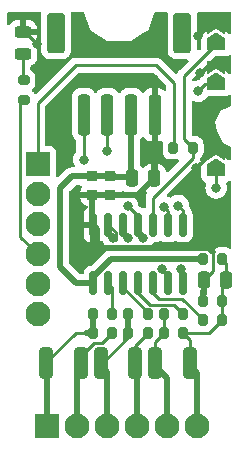
<source format=gbr>
%TF.GenerationSoftware,KiCad,Pcbnew,(6.0.6-0)*%
%TF.CreationDate,2023-05-31T20:28:53-07:00*%
%TF.ProjectId,HCT20,48435432-302e-46b6-9963-61645f706362,rev?*%
%TF.SameCoordinates,Original*%
%TF.FileFunction,Copper,L1,Top*%
%TF.FilePolarity,Positive*%
%FSLAX46Y46*%
G04 Gerber Fmt 4.6, Leading zero omitted, Abs format (unit mm)*
G04 Created by KiCad (PCBNEW (6.0.6-0)) date 2023-05-31 20:28:53*
%MOMM*%
%LPD*%
G01*
G04 APERTURE LIST*
G04 Aperture macros list*
%AMRoundRect*
0 Rectangle with rounded corners*
0 $1 Rounding radius*
0 $2 $3 $4 $5 $6 $7 $8 $9 X,Y pos of 4 corners*
0 Add a 4 corners polygon primitive as box body*
4,1,4,$2,$3,$4,$5,$6,$7,$8,$9,$2,$3,0*
0 Add four circle primitives for the rounded corners*
1,1,$1+$1,$2,$3*
1,1,$1+$1,$4,$5*
1,1,$1+$1,$6,$7*
1,1,$1+$1,$8,$9*
0 Add four rect primitives between the rounded corners*
20,1,$1+$1,$2,$3,$4,$5,0*
20,1,$1+$1,$4,$5,$6,$7,0*
20,1,$1+$1,$6,$7,$8,$9,0*
20,1,$1+$1,$8,$9,$2,$3,0*%
%AMFreePoly0*
4,1,6,1.000000,0.000000,0.500000,-0.750000,-0.500000,-0.750000,-0.500000,0.750000,0.500000,0.750000,1.000000,0.000000,1.000000,0.000000,$1*%
%AMFreePoly1*
4,1,6,0.500000,-0.750000,-0.650000,-0.750000,-0.150000,0.000000,-0.650000,0.750000,0.500000,0.750000,0.500000,-0.750000,0.500000,-0.750000,$1*%
G04 Aperture macros list end*
%TA.AperFunction,SMDPad,CuDef*%
%ADD10RoundRect,0.250000X0.250000X1.500000X-0.250000X1.500000X-0.250000X-1.500000X0.250000X-1.500000X0*%
%TD*%
%TA.AperFunction,SMDPad,CuDef*%
%ADD11RoundRect,0.250001X0.499999X1.449999X-0.499999X1.449999X-0.499999X-1.449999X0.499999X-1.449999X0*%
%TD*%
%TA.AperFunction,SMDPad,CuDef*%
%ADD12RoundRect,0.200000X0.200000X0.275000X-0.200000X0.275000X-0.200000X-0.275000X0.200000X-0.275000X0*%
%TD*%
%TA.AperFunction,SMDPad,CuDef*%
%ADD13RoundRect,0.243750X-0.456250X0.243750X-0.456250X-0.243750X0.456250X-0.243750X0.456250X0.243750X0*%
%TD*%
%TA.AperFunction,SMDPad,CuDef*%
%ADD14FreePoly0,90.000000*%
%TD*%
%TA.AperFunction,SMDPad,CuDef*%
%ADD15FreePoly1,90.000000*%
%TD*%
%TA.AperFunction,ComponentPad*%
%ADD16R,2.100000X2.100000*%
%TD*%
%TA.AperFunction,ComponentPad*%
%ADD17C,2.100000*%
%TD*%
%TA.AperFunction,SMDPad,CuDef*%
%ADD18RoundRect,0.225000X-0.250000X0.225000X-0.250000X-0.225000X0.250000X-0.225000X0.250000X0.225000X0*%
%TD*%
%TA.AperFunction,SMDPad,CuDef*%
%ADD19RoundRect,0.250000X-0.312500X-1.075000X0.312500X-1.075000X0.312500X1.075000X-0.312500X1.075000X0*%
%TD*%
%TA.AperFunction,SMDPad,CuDef*%
%ADD20RoundRect,0.250000X0.250000X0.475000X-0.250000X0.475000X-0.250000X-0.475000X0.250000X-0.475000X0*%
%TD*%
%TA.AperFunction,SMDPad,CuDef*%
%ADD21RoundRect,0.200000X0.275000X-0.200000X0.275000X0.200000X-0.275000X0.200000X-0.275000X-0.200000X0*%
%TD*%
%TA.AperFunction,SMDPad,CuDef*%
%ADD22RoundRect,0.200000X-0.200000X-0.275000X0.200000X-0.275000X0.200000X0.275000X-0.200000X0.275000X0*%
%TD*%
%TA.AperFunction,SMDPad,CuDef*%
%ADD23RoundRect,0.250000X-0.250000X-0.475000X0.250000X-0.475000X0.250000X0.475000X-0.250000X0.475000X0*%
%TD*%
%TA.AperFunction,SMDPad,CuDef*%
%ADD24RoundRect,0.150000X0.150000X-0.825000X0.150000X0.825000X-0.150000X0.825000X-0.150000X-0.825000X0*%
%TD*%
%TA.AperFunction,ViaPad*%
%ADD25C,0.800000*%
%TD*%
%TA.AperFunction,Conductor*%
%ADD26C,0.500000*%
%TD*%
%TA.AperFunction,Conductor*%
%ADD27C,0.250000*%
%TD*%
G04 APERTURE END LIST*
D10*
%TO.P,J3,1,Pin_1*%
%TO.N,GND*%
X113000000Y-69200000D03*
%TO.P,J3,2,Pin_2*%
%TO.N,VCC*%
X111000000Y-69200000D03*
%TO.P,J3,3,Pin_3*%
%TO.N,SDA_PB1*%
X109000000Y-69200000D03*
%TO.P,J3,4,Pin_4*%
%TO.N,SCL_PB0*%
X107000000Y-69200000D03*
D11*
%TO.P,J3,MP*%
%TO.N,N/C*%
X115350000Y-62300000D03*
X104650000Y-62300000D03*
%TD*%
D12*
%TO.P,R4,1*%
%TO.N,Af*%
X109425000Y-86100000D03*
%TO.P,R4,2*%
%TO.N,CHA*%
X107775000Y-86100000D03*
%TD*%
D13*
%TO.P,D1,1,K*%
%TO.N,GND*%
X101840000Y-62202500D03*
%TO.P,D1,2,A*%
%TO.N,Net-(D1-Pad2)*%
X101840000Y-64077500D03*
%TD*%
D14*
%TO.P,JP4,1,A*%
%TO.N,Net-(JP4-Pad1)*%
X118200000Y-63250000D03*
D15*
%TO.P,JP4,2,B*%
%TO.N,GND*%
X118200000Y-61800000D03*
%TD*%
D16*
%TO.P,J1,1,Pin_1*%
%TO.N,CHA*%
X103840000Y-95550000D03*
D17*
%TO.P,J1,2,Pin_2*%
%TO.N,Voffset2*%
X106380000Y-95550000D03*
%TO.P,J1,3,Pin_3*%
%TO.N,CHB*%
X108920000Y-95550000D03*
%TO.P,J1,4,Pin_4*%
%TO.N,Voffset2*%
X111460000Y-95550000D03*
%TO.P,J1,5,Pin_5*%
%TO.N,CHC*%
X114000000Y-95550000D03*
%TO.P,J1,6,Pin_6*%
%TO.N,Voffset2*%
X116540000Y-95550000D03*
%TD*%
D18*
%TO.P,C8,1*%
%TO.N,VCC*%
X109200000Y-74425000D03*
%TO.P,C8,2*%
%TO.N,GND*%
X109200000Y-75975000D03*
%TD*%
D12*
%TO.P,R12,1*%
%TO.N,Net-(JP4-Pad1)*%
X116225000Y-72000000D03*
%TO.P,R12,2*%
%TO.N,UDPI_PA0*%
X114575000Y-72000000D03*
%TD*%
D19*
%TO.P,R8,1*%
%TO.N,CHA*%
X103837500Y-90200000D03*
%TO.P,R8,2*%
%TO.N,Voffset2*%
X106762500Y-90200000D03*
%TD*%
D20*
%TO.P,C9,1*%
%TO.N,Voffset2*%
X119050000Y-83200000D03*
%TO.P,C9,2*%
%TO.N,GND*%
X117150000Y-83200000D03*
%TD*%
D14*
%TO.P,JP5,1,A*%
%TO.N,TX1_PA1*%
X118200000Y-66625000D03*
D15*
%TO.P,JP5,2,B*%
%TO.N,GND*%
X118200000Y-65175000D03*
%TD*%
D14*
%TO.P,JP6,1,A*%
%TO.N,RX1_PA2*%
X118200000Y-73925000D03*
D15*
%TO.P,JP6,2,B*%
%TO.N,GND*%
X118200000Y-72475000D03*
%TD*%
D21*
%TO.P,R11,1*%
%TO.N,PA3*%
X101900000Y-67925000D03*
%TO.P,R11,2*%
%TO.N,Net-(D1-Pad2)*%
X101900000Y-66275000D03*
%TD*%
D16*
%TO.P,J2,1,Pin_1*%
%TO.N,UDPI_PA0*%
X103100000Y-73400000D03*
D17*
%TO.P,J2,2,Pin_2*%
%TO.N,TX1_PA1*%
X103100000Y-75940000D03*
%TO.P,J2,3,Pin_3*%
%TO.N,RX1_PA2*%
X103100000Y-78480000D03*
%TO.P,J2,4,Pin_4*%
%TO.N,PA3*%
X103100000Y-81020000D03*
%TO.P,J2,5,Pin_5*%
%TO.N,TX0_PB2*%
X103100000Y-83560000D03*
%TO.P,J2,6,Pin_6*%
%TO.N,RX0_PB3*%
X103100000Y-86100000D03*
%TD*%
D22*
%TO.P,R13,1*%
%TO.N,CHA*%
X107775000Y-87700000D03*
%TO.P,R13,2*%
%TO.N,Voffset2*%
X109425000Y-87700000D03*
%TD*%
D18*
%TO.P,C1,1*%
%TO.N,VCC*%
X107700000Y-74425000D03*
%TO.P,C1,2*%
%TO.N,GND*%
X107700000Y-75975000D03*
%TD*%
D19*
%TO.P,R10,1*%
%TO.N,CHC*%
X113037500Y-90200000D03*
%TO.P,R10,2*%
%TO.N,Voffset2*%
X115962500Y-90200000D03*
%TD*%
%TO.P,R9,1*%
%TO.N,CHB*%
X108437500Y-90200000D03*
%TO.P,R9,2*%
%TO.N,Voffset2*%
X111362500Y-90200000D03*
%TD*%
D22*
%TO.P,R15,1*%
%TO.N,CHC*%
X113775000Y-87700000D03*
%TO.P,R15,2*%
%TO.N,Voffset2*%
X115425000Y-87700000D03*
%TD*%
%TO.P,R7,1*%
%TO.N,Of*%
X117075000Y-86600000D03*
%TO.P,R7,2*%
%TO.N,Voffset2*%
X118725000Y-86600000D03*
%TD*%
D12*
%TO.P,R5,1*%
%TO.N,Bf*%
X112425000Y-86100000D03*
%TO.P,R5,2*%
%TO.N,CHB*%
X110775000Y-86100000D03*
%TD*%
%TO.P,R2,1*%
%TO.N,Voffset2*%
X118725000Y-85000000D03*
%TO.P,R2,2*%
%TO.N,GND*%
X117075000Y-85000000D03*
%TD*%
D23*
%TO.P,C3,1*%
%TO.N,VCC*%
X111050000Y-74600000D03*
%TO.P,C3,2*%
%TO.N,GND*%
X112950000Y-74600000D03*
%TD*%
D12*
%TO.P,R6,1*%
%TO.N,Cf*%
X115425000Y-86100000D03*
%TO.P,R6,2*%
%TO.N,CHC*%
X113775000Y-86100000D03*
%TD*%
D22*
%TO.P,R1,1*%
%TO.N,VCC*%
X117075000Y-81400000D03*
%TO.P,R1,2*%
%TO.N,Voffset2*%
X118725000Y-81400000D03*
%TD*%
%TO.P,R14,1*%
%TO.N,CHB*%
X110775000Y-87700000D03*
%TO.P,R14,2*%
%TO.N,Voffset2*%
X112425000Y-87700000D03*
%TD*%
D24*
%TO.P,U1,1,VCC*%
%TO.N,VCC*%
X107790000Y-83475000D03*
%TO.P,U1,2,PA4*%
%TO.N,Af*%
X109060000Y-83475000D03*
%TO.P,U1,3,PA5*%
%TO.N,Bf*%
X110330000Y-83475000D03*
%TO.P,U1,4,PA6*%
%TO.N,Cf*%
X111600000Y-83475000D03*
%TO.P,U1,5,PA7*%
%TO.N,Of*%
X112870000Y-83475000D03*
%TO.P,U1,6,PB3*%
%TO.N,RX0_PB3*%
X114140000Y-83475000D03*
%TO.P,U1,7,PB2*%
%TO.N,TX0_PB2*%
X115410000Y-83475000D03*
%TO.P,U1,8,PB1*%
%TO.N,SDA_PB1*%
X115410000Y-78525000D03*
%TO.P,U1,9,PB0*%
%TO.N,SCL_PB0*%
X114140000Y-78525000D03*
%TO.P,U1,10,~{RESET}/PA0*%
%TO.N,Net-(JP4-Pad1)*%
X112870000Y-78525000D03*
%TO.P,U1,11,PA1*%
%TO.N,TX1_PA1*%
X111600000Y-78525000D03*
%TO.P,U1,12,PA2*%
%TO.N,RX1_PA2*%
X110330000Y-78525000D03*
%TO.P,U1,13,PA3*%
%TO.N,PA3*%
X109060000Y-78525000D03*
%TO.P,U1,14,GND*%
%TO.N,GND*%
X107790000Y-78525000D03*
%TD*%
D25*
%TO.N,GND*%
X116500000Y-73700000D03*
X112900000Y-66200000D03*
X116700000Y-62500000D03*
X116800000Y-65700000D03*
X103000000Y-63200000D03*
%TO.N,PA3*%
X109482970Y-79625500D03*
%TO.N,TX1_PA1*%
X112022970Y-79625500D03*
X116700000Y-67200000D03*
X110700000Y-76900000D03*
%TO.N,RX1_PA2*%
X118200000Y-75400000D03*
X110752970Y-79625500D03*
%TO.N,TX0_PB2*%
X115200000Y-82249500D03*
%TO.N,RX0_PB3*%
X113653522Y-82249500D03*
%TO.N,SDA_PB1*%
X115000000Y-76900000D03*
X109000000Y-72275500D03*
%TO.N,SCL_PB0*%
X113800000Y-77000000D03*
X107000000Y-73000000D03*
%TD*%
D26*
%TO.N,VCC*%
X109200000Y-74425000D02*
X107700000Y-74425000D01*
X105975000Y-74425000D02*
X105000000Y-75400000D01*
X105000000Y-75400000D02*
X105000000Y-82100000D01*
X107790000Y-83475000D02*
X107790000Y-82921472D01*
X109311472Y-81400000D02*
X117075000Y-81400000D01*
X111000000Y-74350000D02*
X111100000Y-74450000D01*
X105000000Y-82100000D02*
X106375000Y-83475000D01*
X107790000Y-82921472D02*
X109311472Y-81400000D01*
X111000000Y-70000000D02*
X111000000Y-74350000D01*
X111100000Y-74450000D02*
X109225000Y-74450000D01*
X109225000Y-74450000D02*
X109200000Y-74425000D01*
X107700000Y-74425000D02*
X105975000Y-74425000D01*
X106375000Y-83475000D02*
X107790000Y-83475000D01*
D27*
%TO.N,GND*%
X117325000Y-65175000D02*
X116800000Y-65700000D01*
X117400000Y-61800000D02*
X116700000Y-62500000D01*
X118200000Y-61800000D02*
X117400000Y-61800000D01*
D26*
X107700000Y-78435000D02*
X107790000Y-78525000D01*
D27*
X117725000Y-72475000D02*
X116500000Y-73700000D01*
X117925000Y-82425000D02*
X117925000Y-80855761D01*
D26*
X107700000Y-75975000D02*
X107700000Y-78435000D01*
X113000000Y-74550000D02*
X112950000Y-74600000D01*
D27*
X118200000Y-72475000D02*
X117725000Y-72475000D01*
D26*
X112900000Y-66200000D02*
X113000000Y-66300000D01*
D27*
X117075000Y-85000000D02*
X117075000Y-83275000D01*
X101840000Y-62202500D02*
X102002500Y-62202500D01*
X117150000Y-83200000D02*
X117925000Y-82425000D01*
D26*
X107790000Y-78525000D02*
X107790000Y-79078528D01*
D27*
X117075000Y-83275000D02*
X117150000Y-83200000D01*
D26*
X112950000Y-74600000D02*
X111575000Y-75975000D01*
D27*
X102002500Y-62202500D02*
X103000000Y-63200000D01*
D26*
X108125000Y-80475000D02*
X108125000Y-78860000D01*
X117925000Y-80855761D02*
X117544239Y-80475000D01*
X113000000Y-66300000D02*
X113000000Y-74550000D01*
X108125000Y-78860000D02*
X107790000Y-78525000D01*
X117544239Y-80475000D02*
X108125000Y-80475000D01*
X111575000Y-75975000D02*
X109200000Y-75975000D01*
D27*
X118200000Y-65175000D02*
X117325000Y-65175000D01*
D26*
X107790000Y-79078528D02*
X107800000Y-79088528D01*
X109200000Y-75975000D02*
X107700000Y-75975000D01*
D27*
%TO.N,Af*%
X109425000Y-86100000D02*
X109425000Y-83840000D01*
X109425000Y-83840000D02*
X109060000Y-83475000D01*
%TO.N,Cf*%
X115425000Y-86100000D02*
X114625000Y-85300000D01*
X112600000Y-85300000D02*
X111600000Y-84300000D01*
X114625000Y-85300000D02*
X112600000Y-85300000D01*
X111600000Y-84300000D02*
X111600000Y-83475000D01*
%TO.N,Of*%
X117075000Y-86600000D02*
X117075000Y-86532538D01*
X113400000Y-84800000D02*
X112870000Y-84270000D01*
X117075000Y-86532538D02*
X115342462Y-84800000D01*
X115342462Y-84800000D02*
X113400000Y-84800000D01*
X112870000Y-84270000D02*
X112870000Y-83475000D01*
%TO.N,Net-(D1-Pad2)*%
X101840000Y-64077500D02*
X101840000Y-66215000D01*
X101840000Y-66215000D02*
X101900000Y-66275000D01*
%TO.N,PA3*%
X101900000Y-67925000D02*
X101600000Y-68225000D01*
X109700000Y-79800000D02*
X109657470Y-79800000D01*
X109657470Y-79800000D02*
X109482970Y-79625500D01*
X109700000Y-79165000D02*
X109700000Y-79800000D01*
X101600000Y-79520000D02*
X103100000Y-81020000D01*
X101600000Y-68225000D02*
X101600000Y-79520000D01*
X109060000Y-78525000D02*
X109700000Y-79165000D01*
%TO.N,CHA*%
X106300000Y-87700000D02*
X107185051Y-87700000D01*
X103837500Y-90200000D02*
X103837500Y-90162500D01*
D26*
X103840000Y-96000000D02*
X103840000Y-90502500D01*
D27*
X103837500Y-90162500D02*
X106300000Y-87700000D01*
D26*
X107775000Y-87700000D02*
X107775000Y-86100000D01*
X107185051Y-87700000D02*
X107775000Y-87700000D01*
X103840000Y-90502500D02*
X103837500Y-90500000D01*
D27*
%TO.N,Voffset2*%
X106762500Y-89674327D02*
X106762500Y-90200000D01*
D26*
X116540000Y-91077500D02*
X115962500Y-90500000D01*
D27*
X107886827Y-88550000D02*
X106762500Y-89674327D01*
X106762500Y-89974327D02*
X106762500Y-90500000D01*
X115962500Y-90200000D02*
X115962500Y-88237500D01*
D26*
X106380000Y-90882500D02*
X106762500Y-90500000D01*
D27*
X117625000Y-87700000D02*
X118725000Y-86600000D01*
X118725000Y-85000000D02*
X118725000Y-83525000D01*
X115425000Y-87700000D02*
X117625000Y-87700000D01*
D26*
X111460000Y-90597500D02*
X111362500Y-90500000D01*
D27*
X109425000Y-87700000D02*
X108575000Y-88550000D01*
X118725000Y-86600000D02*
X118725000Y-85000000D01*
X118725000Y-83525000D02*
X119050000Y-83200000D01*
X119050000Y-81725000D02*
X118725000Y-81400000D01*
X111362500Y-90200000D02*
X111362500Y-88762500D01*
X108575000Y-88550000D02*
X107886827Y-88550000D01*
X111362500Y-88762500D02*
X112425000Y-87700000D01*
D26*
X106380000Y-96000000D02*
X106380000Y-90882500D01*
X111460000Y-96000000D02*
X111460000Y-90597500D01*
X116540000Y-96000000D02*
X116540000Y-91077500D01*
D27*
X119050000Y-83200000D02*
X119050000Y-81725000D01*
X115962500Y-88237500D02*
X115425000Y-87700000D01*
D26*
%TO.N,CHB*%
X108920000Y-96000000D02*
X108920000Y-90982500D01*
X110775000Y-87700000D02*
X110775000Y-86100000D01*
X108920000Y-90982500D02*
X108437500Y-90500000D01*
X108437500Y-90500000D02*
X108437500Y-90362500D01*
D27*
X108437500Y-90200000D02*
X108600000Y-90200000D01*
D26*
X110600000Y-87875000D02*
X110775000Y-87700000D01*
X110600000Y-88200000D02*
X110600000Y-87875000D01*
D27*
X108600000Y-90200000D02*
X110600000Y-88200000D01*
D26*
%TO.N,CHC*%
X114000000Y-96000000D02*
X114000000Y-91462500D01*
X114000000Y-91462500D02*
X113037500Y-90500000D01*
D27*
X113037500Y-90200000D02*
X113037500Y-88437500D01*
X113775000Y-87700000D02*
X113775000Y-86100000D01*
X113037500Y-88437500D02*
X113775000Y-87700000D01*
%TO.N,UDPI_PA0*%
X113100000Y-65000000D02*
X106300000Y-65000000D01*
X103100000Y-68200000D02*
X103100000Y-73400000D01*
X114600000Y-71975000D02*
X114600000Y-66500000D01*
X114600000Y-66500000D02*
X113100000Y-65000000D01*
X114575000Y-72000000D02*
X114600000Y-71975000D01*
X106300000Y-65000000D02*
X103100000Y-68200000D01*
%TO.N,TX1_PA1*%
X117275000Y-66625000D02*
X116700000Y-67200000D01*
X111600000Y-77800000D02*
X110700000Y-76900000D01*
X111600000Y-79000000D02*
X112225500Y-79625500D01*
X111600000Y-78525000D02*
X111600000Y-77800000D01*
X111600000Y-78525000D02*
X111600000Y-79000000D01*
X118200000Y-66625000D02*
X117275000Y-66625000D01*
X112225500Y-79625500D02*
X112022970Y-79625500D01*
%TO.N,RX1_PA2*%
X118200000Y-73925000D02*
X118200000Y-75400000D01*
X110752970Y-79652970D02*
X110752970Y-79625500D01*
X110330000Y-79230000D02*
X110752970Y-79652970D01*
X110330000Y-78525000D02*
X110330000Y-79230000D01*
%TO.N,TX0_PB2*%
X115410000Y-83475000D02*
X115410000Y-82310000D01*
X115410000Y-82310000D02*
X115200000Y-82100000D01*
X115200000Y-82100000D02*
X115200000Y-82249500D01*
%TO.N,RX0_PB3*%
X113549500Y-82249500D02*
X113653522Y-82249500D01*
X114140000Y-82840000D02*
X113549500Y-82249500D01*
X114140000Y-83475000D02*
X114140000Y-82840000D01*
%TO.N,SDA_PB1*%
X109000000Y-72275500D02*
X109000000Y-70000000D01*
X115410000Y-77310000D02*
X115000000Y-76900000D01*
X115410000Y-78525000D02*
X115410000Y-77310000D01*
%TO.N,SCL_PB0*%
X114140000Y-78525000D02*
X114140000Y-77340000D01*
X114140000Y-77340000D02*
X113800000Y-77000000D01*
X107000000Y-73000000D02*
X107000000Y-70000000D01*
%TO.N,Bf*%
X110330000Y-83851751D02*
X110330000Y-83475000D01*
X112425000Y-85946751D02*
X110330000Y-83851751D01*
X112425000Y-86100000D02*
X112425000Y-85946751D01*
%TO.N,Net-(JP4-Pad1)*%
X115500000Y-71275000D02*
X116225000Y-72000000D01*
X116225000Y-72863173D02*
X116225000Y-72000000D01*
X112870000Y-78525000D02*
X112870000Y-76218173D01*
X115500000Y-65950000D02*
X115500000Y-71275000D01*
X118200000Y-63250000D02*
X115500000Y-65950000D01*
X112870000Y-76218173D02*
X116225000Y-72863173D01*
%TD*%
%TA.AperFunction,Conductor*%
%TO.N,GND*%
G36*
X117346121Y-82966002D02*
G01*
X117392614Y-83019658D01*
X117404000Y-83072000D01*
X117404000Y-84361975D01*
X117383998Y-84430096D01*
X117339578Y-84468586D01*
X117330671Y-84478865D01*
X117329000Y-84486548D01*
X117329000Y-85128000D01*
X117308998Y-85196121D01*
X117255342Y-85242614D01*
X117203000Y-85254000D01*
X116947000Y-85254000D01*
X116878879Y-85233998D01*
X116832386Y-85180342D01*
X116821000Y-85128000D01*
X116821000Y-84088025D01*
X116841002Y-84019904D01*
X116885422Y-83981414D01*
X116894329Y-83971135D01*
X116896000Y-83963452D01*
X116896000Y-83072000D01*
X116916002Y-83003879D01*
X116969658Y-82957386D01*
X117022000Y-82946000D01*
X117278000Y-82946000D01*
X117346121Y-82966002D01*
G37*
%TD.AperFunction*%
%TA.AperFunction,Conductor*%
G36*
X106780538Y-75203502D02*
G01*
X106827031Y-75257158D01*
X106837135Y-75327432D01*
X106819677Y-75375616D01*
X106784996Y-75431880D01*
X106778849Y-75445061D01*
X106729509Y-75593814D01*
X106726642Y-75607190D01*
X106717328Y-75698097D01*
X106717071Y-75703126D01*
X106721475Y-75718124D01*
X106722865Y-75719329D01*
X106730548Y-75721000D01*
X110164885Y-75721000D01*
X110180124Y-75716525D01*
X110184851Y-75711070D01*
X110244577Y-75672686D01*
X110315574Y-75672686D01*
X110346192Y-75686322D01*
X110470090Y-75762694D01*
X110477262Y-75767115D01*
X110496761Y-75773582D01*
X110498312Y-75774097D01*
X110556672Y-75814528D01*
X110583909Y-75880092D01*
X110571376Y-75949974D01*
X110523051Y-76001985D01*
X110484842Y-76016937D01*
X110417712Y-76031206D01*
X110411682Y-76033891D01*
X110411681Y-76033891D01*
X110249278Y-76106197D01*
X110249276Y-76106198D01*
X110243248Y-76108882D01*
X110120429Y-76198116D01*
X110111042Y-76204936D01*
X110044175Y-76228794D01*
X110036981Y-76229000D01*
X106735115Y-76229000D01*
X106719876Y-76233475D01*
X106718671Y-76234865D01*
X106717000Y-76242548D01*
X106717000Y-76245438D01*
X106717337Y-76251953D01*
X106726894Y-76344057D01*
X106729788Y-76357456D01*
X106779381Y-76506107D01*
X106785555Y-76519286D01*
X106867788Y-76652173D01*
X106876824Y-76663574D01*
X106987429Y-76773986D01*
X106998840Y-76782998D01*
X107131880Y-76865004D01*
X107145061Y-76871151D01*
X107269187Y-76912322D01*
X107327546Y-76952753D01*
X107354783Y-77018317D01*
X107342249Y-77088199D01*
X107293658Y-77140369D01*
X107240323Y-77171911D01*
X107227896Y-77181551D01*
X107121551Y-77287896D01*
X107111911Y-77300322D01*
X107035352Y-77429779D01*
X107029107Y-77444210D01*
X106986731Y-77590065D01*
X106984430Y-77602667D01*
X106982193Y-77631084D01*
X106982000Y-77636014D01*
X106982000Y-78252885D01*
X106986475Y-78268124D01*
X106987865Y-78269329D01*
X106995548Y-78271000D01*
X107918000Y-78271000D01*
X107986121Y-78291002D01*
X108032614Y-78344658D01*
X108044000Y-78397000D01*
X108044000Y-79986878D01*
X108047973Y-80000409D01*
X108055871Y-80001544D01*
X108195790Y-79960893D01*
X108210221Y-79954648D01*
X108339677Y-79878089D01*
X108347360Y-79872129D01*
X108413444Y-79846180D01*
X108483067Y-79860078D01*
X108499160Y-79870420D01*
X108503193Y-79874453D01*
X108510019Y-79878490D01*
X108510023Y-79878493D01*
X108592700Y-79927388D01*
X108641153Y-79979281D01*
X108643440Y-79984865D01*
X108643716Y-79984742D01*
X108646402Y-79990775D01*
X108648443Y-79997056D01*
X108651746Y-80002777D01*
X108654939Y-80008307D01*
X108743930Y-80162444D01*
X108748348Y-80167351D01*
X108748349Y-80167352D01*
X108862797Y-80294459D01*
X108871717Y-80304366D01*
X109026218Y-80416618D01*
X109032246Y-80419302D01*
X109032248Y-80419303D01*
X109087371Y-80443845D01*
X109141467Y-80489825D01*
X109162116Y-80557752D01*
X109142764Y-80626060D01*
X109089553Y-80673062D01*
X109079117Y-80677389D01*
X109067181Y-80681722D01*
X109063017Y-80683152D01*
X109000536Y-80703393D01*
X109000534Y-80703394D01*
X108993573Y-80705649D01*
X108987318Y-80709445D01*
X108981844Y-80711951D01*
X108976414Y-80714670D01*
X108969535Y-80717167D01*
X108908488Y-80757191D01*
X108904799Y-80759518D01*
X108886488Y-80770630D01*
X108847165Y-80794491D01*
X108847160Y-80794495D01*
X108842364Y-80797405D01*
X108833988Y-80804803D01*
X108833965Y-80804777D01*
X108830975Y-80807426D01*
X108827736Y-80810134D01*
X108821620Y-80814144D01*
X108816593Y-80819451D01*
X108816589Y-80819454D01*
X108768344Y-80870383D01*
X108765966Y-80872825D01*
X107684196Y-81954595D01*
X107621884Y-81988621D01*
X107595101Y-81991500D01*
X107573498Y-81991500D01*
X107571050Y-81991693D01*
X107571042Y-81991693D01*
X107542579Y-81993933D01*
X107542574Y-81993934D01*
X107536169Y-81994438D01*
X107436231Y-82023472D01*
X107384012Y-82038643D01*
X107384010Y-82038644D01*
X107376399Y-82040855D01*
X107369572Y-82044892D01*
X107369573Y-82044892D01*
X107240020Y-82121509D01*
X107240017Y-82121511D01*
X107233193Y-82125547D01*
X107115547Y-82243193D01*
X107111511Y-82250017D01*
X107111509Y-82250020D01*
X107067382Y-82324635D01*
X107030855Y-82386399D01*
X106984438Y-82546169D01*
X106983934Y-82552574D01*
X106983933Y-82552579D01*
X106982551Y-82570139D01*
X106981500Y-82583498D01*
X106981500Y-82590500D01*
X106961498Y-82658621D01*
X106907842Y-82705114D01*
X106855500Y-82716500D01*
X106741371Y-82716500D01*
X106673250Y-82696498D01*
X106652276Y-82679595D01*
X105795405Y-81822724D01*
X105761379Y-81760412D01*
X105758500Y-81733629D01*
X105758500Y-79413984D01*
X106982001Y-79413984D01*
X106982195Y-79418920D01*
X106984430Y-79447336D01*
X106986730Y-79459931D01*
X107029107Y-79605790D01*
X107035352Y-79620221D01*
X107111911Y-79749678D01*
X107121551Y-79762104D01*
X107227896Y-79868449D01*
X107240322Y-79878089D01*
X107369779Y-79954648D01*
X107384210Y-79960893D01*
X107518605Y-79999939D01*
X107532706Y-79999899D01*
X107536000Y-79992630D01*
X107536000Y-78797115D01*
X107531525Y-78781876D01*
X107530135Y-78780671D01*
X107522452Y-78779000D01*
X107000116Y-78779000D01*
X106984877Y-78783475D01*
X106983672Y-78784865D01*
X106982001Y-78792548D01*
X106982001Y-79413984D01*
X105758500Y-79413984D01*
X105758500Y-75766371D01*
X105778502Y-75698250D01*
X105795405Y-75677276D01*
X106252276Y-75220405D01*
X106314588Y-75186379D01*
X106341371Y-75183500D01*
X106712417Y-75183500D01*
X106780538Y-75203502D01*
G37*
%TD.AperFunction*%
%TA.AperFunction,Conductor*%
G36*
X116861875Y-73217998D02*
G01*
X116920019Y-73258737D01*
X116946908Y-73324445D01*
X116946291Y-73355311D01*
X116936271Y-73425000D01*
X116936271Y-74425000D01*
X116941500Y-74498111D01*
X116982696Y-74638411D01*
X116987567Y-74645990D01*
X117056878Y-74753841D01*
X117056880Y-74753844D01*
X117061750Y-74761421D01*
X117068560Y-74767322D01*
X117165445Y-74851274D01*
X117165448Y-74851276D01*
X117172257Y-74857176D01*
X117180454Y-74860920D01*
X117180455Y-74860920D01*
X117286750Y-74909463D01*
X117340406Y-74955956D01*
X117360408Y-75024077D01*
X117354242Y-75063011D01*
X117306458Y-75210072D01*
X117305768Y-75216633D01*
X117305768Y-75216635D01*
X117304378Y-75229861D01*
X117286496Y-75400000D01*
X117287186Y-75406565D01*
X117302704Y-75554207D01*
X117306458Y-75589928D01*
X117365473Y-75771556D01*
X117460960Y-75936944D01*
X117465378Y-75941851D01*
X117465379Y-75941852D01*
X117543512Y-76028627D01*
X117588747Y-76078866D01*
X117743248Y-76191118D01*
X117749276Y-76193802D01*
X117749278Y-76193803D01*
X117857832Y-76242134D01*
X117917712Y-76268794D01*
X118011113Y-76288647D01*
X118098056Y-76307128D01*
X118098061Y-76307128D01*
X118104513Y-76308500D01*
X118295487Y-76308500D01*
X118301939Y-76307128D01*
X118301944Y-76307128D01*
X118388887Y-76288647D01*
X118482288Y-76268794D01*
X118542168Y-76242134D01*
X118650722Y-76193803D01*
X118650724Y-76193802D01*
X118656752Y-76191118D01*
X118811253Y-76078866D01*
X118856488Y-76028627D01*
X118934621Y-75941852D01*
X118934622Y-75941851D01*
X118939040Y-75936944D01*
X119034527Y-75771556D01*
X119093542Y-75589928D01*
X119097297Y-75554207D01*
X119112814Y-75406565D01*
X119113504Y-75400000D01*
X119095622Y-75229861D01*
X119094232Y-75216635D01*
X119094232Y-75216633D01*
X119093542Y-75210072D01*
X119045435Y-75062014D01*
X119043407Y-74991047D01*
X119080070Y-74930249D01*
X119129768Y-74902182D01*
X119163411Y-74892304D01*
X119240730Y-74842614D01*
X119278841Y-74818122D01*
X119278844Y-74818120D01*
X119286421Y-74813250D01*
X119286837Y-74812770D01*
X119347569Y-74785035D01*
X119417843Y-74795140D01*
X119471499Y-74841633D01*
X119491500Y-74909753D01*
X119491500Y-80416128D01*
X119471498Y-80484249D01*
X119417842Y-80530742D01*
X119347568Y-80540846D01*
X119300229Y-80523904D01*
X119256743Y-80497568D01*
X119218699Y-80474528D01*
X119211452Y-80472257D01*
X119211450Y-80472256D01*
X119086145Y-80432988D01*
X119055062Y-80423247D01*
X118981635Y-80416500D01*
X118978737Y-80416500D01*
X118724335Y-80416501D01*
X118468366Y-80416501D01*
X118465508Y-80416764D01*
X118465499Y-80416764D01*
X118429996Y-80420026D01*
X118394938Y-80423247D01*
X118388560Y-80425246D01*
X118388559Y-80425246D01*
X118238550Y-80472256D01*
X118238548Y-80472257D01*
X118231301Y-80474528D01*
X118084619Y-80563361D01*
X117989095Y-80658885D01*
X117926783Y-80692911D01*
X117855968Y-80687846D01*
X117810905Y-80658885D01*
X117715381Y-80563361D01*
X117568699Y-80474528D01*
X117561452Y-80472257D01*
X117561450Y-80472256D01*
X117436145Y-80432988D01*
X117405062Y-80423247D01*
X117331635Y-80416500D01*
X117328737Y-80416500D01*
X117074335Y-80416501D01*
X116818366Y-80416501D01*
X116815508Y-80416764D01*
X116815499Y-80416764D01*
X116779996Y-80420026D01*
X116744938Y-80423247D01*
X116738560Y-80425246D01*
X116738559Y-80425246D01*
X116588550Y-80472256D01*
X116588548Y-80472257D01*
X116581301Y-80474528D01*
X116434619Y-80563361D01*
X116393385Y-80604595D01*
X116331073Y-80638621D01*
X116304290Y-80641500D01*
X112557986Y-80641500D01*
X112489865Y-80621498D01*
X112443372Y-80567842D01*
X112433268Y-80497568D01*
X112462762Y-80432988D01*
X112483925Y-80413564D01*
X112485064Y-80412737D01*
X112594615Y-80333143D01*
X112628879Y-80308249D01*
X112628881Y-80308247D01*
X112634223Y-80304366D01*
X112643143Y-80294459D01*
X112757591Y-80167352D01*
X112757592Y-80167351D01*
X112762010Y-80162444D01*
X112765309Y-80156731D01*
X112765312Y-80156726D01*
X112814517Y-80071500D01*
X112865900Y-80022507D01*
X112923636Y-80008500D01*
X113086502Y-80008500D01*
X113088950Y-80008307D01*
X113088958Y-80008307D01*
X113117421Y-80006067D01*
X113117426Y-80006066D01*
X113123831Y-80005562D01*
X113223769Y-79976528D01*
X113275988Y-79961357D01*
X113275990Y-79961356D01*
X113283601Y-79959145D01*
X113426807Y-79874453D01*
X113429489Y-79871771D01*
X113493861Y-79846498D01*
X113563484Y-79860400D01*
X113579312Y-79870572D01*
X113583193Y-79874453D01*
X113726399Y-79959145D01*
X113734010Y-79961356D01*
X113734012Y-79961357D01*
X113786231Y-79976528D01*
X113886169Y-80005562D01*
X113892574Y-80006066D01*
X113892579Y-80006067D01*
X113921042Y-80008307D01*
X113921050Y-80008307D01*
X113923498Y-80008500D01*
X114356502Y-80008500D01*
X114358950Y-80008307D01*
X114358958Y-80008307D01*
X114387421Y-80006067D01*
X114387426Y-80006066D01*
X114393831Y-80005562D01*
X114493769Y-79976528D01*
X114545988Y-79961357D01*
X114545990Y-79961356D01*
X114553601Y-79959145D01*
X114696807Y-79874453D01*
X114699489Y-79871771D01*
X114763861Y-79846498D01*
X114833484Y-79860400D01*
X114849312Y-79870572D01*
X114853193Y-79874453D01*
X114996399Y-79959145D01*
X115004010Y-79961356D01*
X115004012Y-79961357D01*
X115056231Y-79976528D01*
X115156169Y-80005562D01*
X115162574Y-80006066D01*
X115162579Y-80006067D01*
X115191042Y-80008307D01*
X115191050Y-80008307D01*
X115193498Y-80008500D01*
X115626502Y-80008500D01*
X115628950Y-80008307D01*
X115628958Y-80008307D01*
X115657421Y-80006067D01*
X115657426Y-80006066D01*
X115663831Y-80005562D01*
X115763769Y-79976528D01*
X115815988Y-79961357D01*
X115815990Y-79961356D01*
X115823601Y-79959145D01*
X115898978Y-79914567D01*
X115959980Y-79878491D01*
X115959983Y-79878489D01*
X115966807Y-79874453D01*
X116084453Y-79756807D01*
X116088489Y-79749983D01*
X116088491Y-79749980D01*
X116165108Y-79620427D01*
X116169145Y-79613601D01*
X116171415Y-79605790D01*
X116213767Y-79460008D01*
X116215562Y-79453831D01*
X116216074Y-79447336D01*
X116218307Y-79418958D01*
X116218307Y-79418950D01*
X116218500Y-79416502D01*
X116218500Y-77633498D01*
X116218307Y-77631042D01*
X116216067Y-77602579D01*
X116216066Y-77602574D01*
X116215562Y-77596169D01*
X116186528Y-77496231D01*
X116171357Y-77444012D01*
X116171356Y-77444010D01*
X116169145Y-77436399D01*
X116132578Y-77374567D01*
X116088491Y-77300020D01*
X116088489Y-77300017D01*
X116084453Y-77293193D01*
X116075825Y-77284565D01*
X116074528Y-77282020D01*
X116073989Y-77281325D01*
X116074122Y-77281222D01*
X116040857Y-77215940D01*
X116040674Y-77210111D01*
X116035021Y-77190652D01*
X116031012Y-77171293D01*
X116030846Y-77169983D01*
X116028474Y-77151203D01*
X116025558Y-77143837D01*
X116025556Y-77143831D01*
X116012200Y-77110098D01*
X116008355Y-77098868D01*
X115998230Y-77064017D01*
X115998230Y-77064016D01*
X115996019Y-77056407D01*
X115988642Y-77043933D01*
X115985705Y-77038966D01*
X115977008Y-77021213D01*
X115972472Y-77009758D01*
X115969552Y-77002383D01*
X115943563Y-76966612D01*
X115937058Y-76956710D01*
X115929648Y-76944180D01*
X115912790Y-76893211D01*
X115912338Y-76888905D01*
X115893542Y-76710072D01*
X115834527Y-76528444D01*
X115739040Y-76363056D01*
X115640839Y-76253992D01*
X115615675Y-76226045D01*
X115615674Y-76226044D01*
X115611253Y-76221134D01*
X115456752Y-76108882D01*
X115450724Y-76106198D01*
X115450722Y-76106197D01*
X115288319Y-76033891D01*
X115288318Y-76033891D01*
X115282288Y-76031206D01*
X115188888Y-76011353D01*
X115101944Y-75992872D01*
X115101939Y-75992872D01*
X115095487Y-75991500D01*
X114904513Y-75991500D01*
X114898061Y-75992872D01*
X114898056Y-75992872D01*
X114811112Y-76011353D01*
X114717712Y-76031206D01*
X114711682Y-76033891D01*
X114711681Y-76033891D01*
X114549278Y-76106197D01*
X114549276Y-76106198D01*
X114543248Y-76108882D01*
X114405241Y-76209150D01*
X114338375Y-76233008D01*
X114269223Y-76216928D01*
X114267830Y-76216032D01*
X114267811Y-76216064D01*
X114262093Y-76212763D01*
X114256752Y-76208882D01*
X114250724Y-76206198D01*
X114250722Y-76206197D01*
X114091028Y-76135097D01*
X114036932Y-76089117D01*
X114016283Y-76021190D01*
X114035635Y-75952881D01*
X114053182Y-75930895D01*
X116617247Y-73366830D01*
X116625537Y-73359286D01*
X116632018Y-73355173D01*
X116678659Y-73305505D01*
X116681413Y-73302664D01*
X116701135Y-73282942D01*
X116703612Y-73279749D01*
X116711317Y-73270728D01*
X116729723Y-73251127D01*
X116790935Y-73215161D01*
X116861875Y-73217998D01*
G37*
%TD.AperFunction*%
%TA.AperFunction,Conductor*%
G36*
X112091687Y-75535572D02*
G01*
X112099062Y-75544068D01*
X112107098Y-75554207D01*
X112221829Y-75668739D01*
X112233237Y-75677749D01*
X112285985Y-75710262D01*
X112333479Y-75763034D01*
X112344903Y-75833105D01*
X112328323Y-75881663D01*
X112325246Y-75886867D01*
X112320386Y-75893132D01*
X112317237Y-75900409D01*
X112302826Y-75933710D01*
X112297609Y-75944360D01*
X112276305Y-75983113D01*
X112274334Y-75990788D01*
X112274334Y-75990789D01*
X112273799Y-75992872D01*
X112271460Y-76001985D01*
X112271267Y-76002735D01*
X112264863Y-76021439D01*
X112260637Y-76031206D01*
X112256819Y-76040028D01*
X112255580Y-76047851D01*
X112255577Y-76047861D01*
X112249901Y-76083697D01*
X112247495Y-76095317D01*
X112243016Y-76112763D01*
X112236500Y-76138143D01*
X112236500Y-76158397D01*
X112234949Y-76178107D01*
X112231780Y-76198116D01*
X112232526Y-76206008D01*
X112235941Y-76242134D01*
X112236500Y-76253992D01*
X112236500Y-77001776D01*
X112216498Y-77069897D01*
X112162842Y-77116390D01*
X112092568Y-77126494D01*
X112046364Y-77110231D01*
X112013601Y-77090855D01*
X112005990Y-77088644D01*
X112005988Y-77088643D01*
X111921223Y-77064017D01*
X111853831Y-77044438D01*
X111847426Y-77043934D01*
X111847421Y-77043933D01*
X111818958Y-77041693D01*
X111818950Y-77041693D01*
X111816502Y-77041500D01*
X111789595Y-77041500D01*
X111721474Y-77021498D01*
X111700500Y-77004595D01*
X111647122Y-76951217D01*
X111613096Y-76888905D01*
X111610907Y-76875292D01*
X111594232Y-76716635D01*
X111594232Y-76716633D01*
X111593542Y-76710072D01*
X111534527Y-76528444D01*
X111439040Y-76363056D01*
X111340839Y-76253992D01*
X111315675Y-76226045D01*
X111315674Y-76226044D01*
X111311253Y-76221134D01*
X111156752Y-76108882D01*
X111150724Y-76106198D01*
X111150722Y-76106197D01*
X111079769Y-76074607D01*
X111025673Y-76028627D01*
X111005024Y-75960700D01*
X111024376Y-75892391D01*
X111077587Y-75845390D01*
X111131018Y-75833500D01*
X111350400Y-75833500D01*
X111353646Y-75833163D01*
X111353650Y-75833163D01*
X111449308Y-75823238D01*
X111449312Y-75823237D01*
X111456166Y-75822526D01*
X111462702Y-75820345D01*
X111462704Y-75820345D01*
X111608941Y-75771556D01*
X111623946Y-75766550D01*
X111774348Y-75673478D01*
X111899305Y-75548303D01*
X111902102Y-75543765D01*
X111959353Y-75503176D01*
X112030276Y-75499946D01*
X112091687Y-75535572D01*
G37*
%TD.AperFunction*%
%TA.AperFunction,Conductor*%
G36*
X112853527Y-65653502D02*
G01*
X112874501Y-65670405D01*
X113929595Y-66725499D01*
X113963621Y-66787811D01*
X113966500Y-66814594D01*
X113966500Y-67040359D01*
X113946498Y-67108480D01*
X113892842Y-67154973D01*
X113822568Y-67165077D01*
X113757988Y-67135583D01*
X113751481Y-67129531D01*
X113728171Y-67106261D01*
X113716760Y-67097249D01*
X113578757Y-67012184D01*
X113565576Y-67006037D01*
X113411290Y-66954862D01*
X113397914Y-66951995D01*
X113303562Y-66942328D01*
X113297145Y-66942000D01*
X113272115Y-66942000D01*
X113256876Y-66946475D01*
X113255671Y-66947865D01*
X113254000Y-66955548D01*
X113254000Y-71439884D01*
X113258475Y-71455123D01*
X113259865Y-71456328D01*
X113267548Y-71457999D01*
X113297095Y-71457999D01*
X113303614Y-71457662D01*
X113399206Y-71447743D01*
X113412600Y-71444851D01*
X113522385Y-71408224D01*
X113593334Y-71405640D01*
X113654418Y-71441823D01*
X113686243Y-71505288D01*
X113682495Y-71565426D01*
X113675248Y-71588551D01*
X113675247Y-71588556D01*
X113673247Y-71594938D01*
X113666500Y-71668365D01*
X113666501Y-72331634D01*
X113666764Y-72334492D01*
X113666764Y-72334501D01*
X113667806Y-72345842D01*
X113673247Y-72405062D01*
X113675246Y-72411440D01*
X113675246Y-72411441D01*
X113703015Y-72500050D01*
X113724528Y-72568699D01*
X113813361Y-72715381D01*
X113934619Y-72836639D01*
X114081301Y-72925472D01*
X114088548Y-72927743D01*
X114088550Y-72927744D01*
X114137880Y-72943203D01*
X114244938Y-72976753D01*
X114318365Y-72983500D01*
X114321263Y-72983500D01*
X114575665Y-72983499D01*
X114831634Y-72983499D01*
X114834494Y-72983236D01*
X114834499Y-72983236D01*
X114867810Y-72980175D01*
X114899847Y-72977232D01*
X114969511Y-72990918D01*
X115020718Y-73040095D01*
X115037209Y-73109150D01*
X115013748Y-73176158D01*
X115000469Y-73191799D01*
X114158930Y-74033338D01*
X114096618Y-74067364D01*
X114025803Y-74062299D01*
X113968967Y-74019752D01*
X113946675Y-73970843D01*
X113944852Y-73962403D01*
X113893412Y-73808216D01*
X113887239Y-73795038D01*
X113801937Y-73657193D01*
X113792901Y-73645792D01*
X113678171Y-73531261D01*
X113666760Y-73522249D01*
X113528757Y-73437184D01*
X113515576Y-73431037D01*
X113361290Y-73379862D01*
X113347914Y-73376995D01*
X113253562Y-73367328D01*
X113247145Y-73367000D01*
X113222115Y-73367000D01*
X113206876Y-73371475D01*
X113205671Y-73372865D01*
X113204000Y-73380548D01*
X113204000Y-74728000D01*
X113183998Y-74796121D01*
X113130342Y-74842614D01*
X113078000Y-74854000D01*
X112822000Y-74854000D01*
X112753879Y-74833998D01*
X112707386Y-74780342D01*
X112696000Y-74728000D01*
X112696000Y-73385116D01*
X112691525Y-73369877D01*
X112690135Y-73368672D01*
X112682452Y-73367001D01*
X112652905Y-73367001D01*
X112646386Y-73367338D01*
X112550794Y-73377257D01*
X112537400Y-73380149D01*
X112383216Y-73431588D01*
X112370038Y-73437761D01*
X112232193Y-73523063D01*
X112220792Y-73532099D01*
X112106262Y-73646828D01*
X112099206Y-73655762D01*
X112041288Y-73696823D01*
X111970365Y-73700053D01*
X111908954Y-73664426D01*
X111902154Y-73656593D01*
X111898478Y-73650652D01*
X111888513Y-73640704D01*
X111795482Y-73547835D01*
X111761403Y-73485552D01*
X111758500Y-73458662D01*
X111758500Y-71316393D01*
X111778502Y-71248272D01*
X111795327Y-71227375D01*
X111844134Y-71178483D01*
X111849305Y-71173303D01*
X111893040Y-71102352D01*
X111945811Y-71054860D01*
X112015883Y-71043436D01*
X112081006Y-71071710D01*
X112107443Y-71102166D01*
X112148063Y-71167807D01*
X112157099Y-71179208D01*
X112271829Y-71293739D01*
X112283240Y-71302751D01*
X112421243Y-71387816D01*
X112434424Y-71393963D01*
X112588710Y-71445138D01*
X112602086Y-71448005D01*
X112696438Y-71457672D01*
X112702854Y-71458000D01*
X112727885Y-71458000D01*
X112743124Y-71453525D01*
X112744329Y-71452135D01*
X112746000Y-71444452D01*
X112746000Y-66960116D01*
X112741525Y-66944877D01*
X112740135Y-66943672D01*
X112732452Y-66942001D01*
X112702905Y-66942001D01*
X112696386Y-66942338D01*
X112600794Y-66952257D01*
X112587400Y-66955149D01*
X112433216Y-67006588D01*
X112420038Y-67012761D01*
X112282193Y-67098063D01*
X112270792Y-67107099D01*
X112156261Y-67221829D01*
X112147249Y-67233240D01*
X112107549Y-67297646D01*
X112054777Y-67345139D01*
X111984706Y-67356563D01*
X111919582Y-67328289D01*
X111893145Y-67297833D01*
X111852332Y-67231880D01*
X111852330Y-67231877D01*
X111848478Y-67225652D01*
X111723303Y-67100695D01*
X111650743Y-67055968D01*
X111578968Y-67011725D01*
X111578966Y-67011724D01*
X111572738Y-67007885D01*
X111492995Y-66981436D01*
X111411389Y-66954368D01*
X111411387Y-66954368D01*
X111404861Y-66952203D01*
X111398025Y-66951503D01*
X111398022Y-66951502D01*
X111354969Y-66947091D01*
X111300400Y-66941500D01*
X110699600Y-66941500D01*
X110696354Y-66941837D01*
X110696350Y-66941837D01*
X110600692Y-66951762D01*
X110600688Y-66951763D01*
X110593834Y-66952474D01*
X110587298Y-66954655D01*
X110587296Y-66954655D01*
X110570928Y-66960116D01*
X110426054Y-67008450D01*
X110275652Y-67101522D01*
X110150695Y-67226697D01*
X110124167Y-67269734D01*
X110107255Y-67297170D01*
X110054483Y-67344663D01*
X109984411Y-67356087D01*
X109919288Y-67327813D01*
X109892851Y-67297358D01*
X109881641Y-67279243D01*
X109848478Y-67225652D01*
X109723303Y-67100695D01*
X109650743Y-67055968D01*
X109578968Y-67011725D01*
X109578966Y-67011724D01*
X109572738Y-67007885D01*
X109492995Y-66981436D01*
X109411389Y-66954368D01*
X109411387Y-66954368D01*
X109404861Y-66952203D01*
X109398025Y-66951503D01*
X109398022Y-66951502D01*
X109354969Y-66947091D01*
X109300400Y-66941500D01*
X108699600Y-66941500D01*
X108696354Y-66941837D01*
X108696350Y-66941837D01*
X108600692Y-66951762D01*
X108600688Y-66951763D01*
X108593834Y-66952474D01*
X108587298Y-66954655D01*
X108587296Y-66954655D01*
X108570928Y-66960116D01*
X108426054Y-67008450D01*
X108275652Y-67101522D01*
X108150695Y-67226697D01*
X108124167Y-67269734D01*
X108107255Y-67297170D01*
X108054483Y-67344663D01*
X107984411Y-67356087D01*
X107919288Y-67327813D01*
X107892851Y-67297358D01*
X107881641Y-67279243D01*
X107848478Y-67225652D01*
X107723303Y-67100695D01*
X107650743Y-67055968D01*
X107578968Y-67011725D01*
X107578966Y-67011724D01*
X107572738Y-67007885D01*
X107492995Y-66981436D01*
X107411389Y-66954368D01*
X107411387Y-66954368D01*
X107404861Y-66952203D01*
X107398025Y-66951503D01*
X107398022Y-66951502D01*
X107354969Y-66947091D01*
X107300400Y-66941500D01*
X106699600Y-66941500D01*
X106696354Y-66941837D01*
X106696350Y-66941837D01*
X106600692Y-66951762D01*
X106600688Y-66951763D01*
X106593834Y-66952474D01*
X106587298Y-66954655D01*
X106587296Y-66954655D01*
X106570928Y-66960116D01*
X106426054Y-67008450D01*
X106275652Y-67101522D01*
X106150695Y-67226697D01*
X106146855Y-67232927D01*
X106146854Y-67232928D01*
X106070938Y-67356087D01*
X106057885Y-67377262D01*
X106002203Y-67545139D01*
X106001503Y-67551975D01*
X106001502Y-67551978D01*
X105997110Y-67594843D01*
X105991500Y-67649600D01*
X105991500Y-70750400D01*
X105991837Y-70753646D01*
X105991837Y-70753650D01*
X106000054Y-70832838D01*
X106002474Y-70856166D01*
X106058450Y-71023946D01*
X106151522Y-71174348D01*
X106276697Y-71299305D01*
X106282927Y-71303145D01*
X106306618Y-71317749D01*
X106354110Y-71370522D01*
X106366500Y-71425008D01*
X106366500Y-72297476D01*
X106346498Y-72365597D01*
X106334142Y-72381779D01*
X106260960Y-72463056D01*
X106165473Y-72628444D01*
X106106458Y-72810072D01*
X106105768Y-72816633D01*
X106105768Y-72816635D01*
X106092240Y-72945348D01*
X106086496Y-73000000D01*
X106087186Y-73006565D01*
X106101380Y-73141609D01*
X106106458Y-73189928D01*
X106165473Y-73371556D01*
X106168776Y-73377278D01*
X106168777Y-73377279D01*
X106199814Y-73431037D01*
X106226417Y-73477113D01*
X106226640Y-73477500D01*
X106243378Y-73546495D01*
X106220158Y-73613587D01*
X106164351Y-73657474D01*
X106117521Y-73666500D01*
X106042069Y-73666500D01*
X106023121Y-73665067D01*
X106015780Y-73663950D01*
X106008883Y-73662901D01*
X106008881Y-73662901D01*
X106001651Y-73661801D01*
X105994359Y-73662394D01*
X105994356Y-73662394D01*
X105948982Y-73666085D01*
X105938767Y-73666500D01*
X105930707Y-73666500D01*
X105917417Y-73668049D01*
X105902493Y-73669789D01*
X105898118Y-73670222D01*
X105832661Y-73675546D01*
X105832658Y-73675547D01*
X105825363Y-73676140D01*
X105818399Y-73678396D01*
X105812440Y-73679587D01*
X105806585Y-73680971D01*
X105799319Y-73681818D01*
X105730673Y-73706735D01*
X105726545Y-73708152D01*
X105664064Y-73728393D01*
X105664062Y-73728394D01*
X105657101Y-73730649D01*
X105650846Y-73734445D01*
X105645372Y-73736951D01*
X105639942Y-73739670D01*
X105633063Y-73742167D01*
X105572016Y-73782191D01*
X105568327Y-73784518D01*
X105548135Y-73796771D01*
X105510693Y-73819491D01*
X105510688Y-73819495D01*
X105505892Y-73822405D01*
X105497516Y-73829803D01*
X105497493Y-73829777D01*
X105494503Y-73832426D01*
X105491264Y-73835134D01*
X105485148Y-73839144D01*
X105480121Y-73844451D01*
X105480117Y-73844454D01*
X105431872Y-73895383D01*
X105429494Y-73897825D01*
X104873595Y-74453724D01*
X104811283Y-74487750D01*
X104740468Y-74482685D01*
X104683632Y-74440138D01*
X104658821Y-74373618D01*
X104658500Y-74364629D01*
X104658500Y-72301866D01*
X104651745Y-72239684D01*
X104600615Y-72103295D01*
X104513261Y-71986739D01*
X104396705Y-71899385D01*
X104260316Y-71848255D01*
X104198134Y-71841500D01*
X103859500Y-71841500D01*
X103791379Y-71821498D01*
X103744886Y-71767842D01*
X103733500Y-71715500D01*
X103733500Y-68514594D01*
X103753502Y-68446473D01*
X103770405Y-68425499D01*
X106525499Y-65670405D01*
X106587811Y-65636379D01*
X106614594Y-65633500D01*
X112785406Y-65633500D01*
X112853527Y-65653502D01*
G37*
%TD.AperFunction*%
%TA.AperFunction,Conductor*%
G36*
X119417843Y-67495140D02*
G01*
X119471499Y-67541633D01*
X119491500Y-67609753D01*
X119491500Y-67891377D01*
X119491498Y-67892147D01*
X119491024Y-67969721D01*
X119493491Y-67978352D01*
X119495149Y-67984154D01*
X119500000Y-68018779D01*
X119500000Y-68381888D01*
X119479998Y-68450009D01*
X119422218Y-68498297D01*
X119272072Y-68560489D01*
X119272068Y-68560491D01*
X119267498Y-68562384D01*
X119263278Y-68564970D01*
X119225708Y-68587993D01*
X119199718Y-68600094D01*
X118617186Y-68794271D01*
X118617185Y-68794272D01*
X118600000Y-68800000D01*
X118595238Y-68809524D01*
X118595237Y-68809525D01*
X118108101Y-69783797D01*
X118108101Y-69783799D01*
X118100000Y-69800000D01*
X118300000Y-70600000D01*
X118800000Y-71600000D01*
X119428014Y-71958865D01*
X119477235Y-72010028D01*
X119491500Y-72068263D01*
X119491500Y-72091946D01*
X119491479Y-72094255D01*
X119490210Y-72163498D01*
X119491247Y-72167303D01*
X119491500Y-72171378D01*
X119491500Y-72945348D01*
X119471498Y-73013469D01*
X119417842Y-73059962D01*
X119347568Y-73070066D01*
X119281399Y-73039172D01*
X119238327Y-73000564D01*
X119238322Y-73000560D01*
X119234966Y-72997552D01*
X118484966Y-72497552D01*
X118470442Y-72488218D01*
X118412802Y-72463056D01*
X118344692Y-72433324D01*
X118344691Y-72433324D01*
X118336431Y-72429718D01*
X118327490Y-72428585D01*
X118327488Y-72428585D01*
X118200307Y-72412476D01*
X118200305Y-72412476D01*
X118191368Y-72411344D01*
X118047004Y-72434582D01*
X117982358Y-72465428D01*
X117919095Y-72495614D01*
X117919092Y-72495616D01*
X117915034Y-72497552D01*
X117165034Y-72997552D01*
X117113579Y-73036750D01*
X117109328Y-73041656D01*
X117067251Y-73090215D01*
X117007525Y-73128598D01*
X116936528Y-73128598D01*
X116876802Y-73090214D01*
X116847309Y-73025633D01*
X116849985Y-72976368D01*
X116856529Y-72950882D01*
X116856530Y-72950878D01*
X116858500Y-72943203D01*
X116858500Y-72922949D01*
X116860051Y-72903238D01*
X116861980Y-72891060D01*
X116861980Y-72891059D01*
X116863220Y-72883230D01*
X116863691Y-72883305D01*
X116884197Y-72820791D01*
X116898911Y-72803109D01*
X116986639Y-72715381D01*
X117075472Y-72568699D01*
X117126753Y-72405062D01*
X117133500Y-72331635D01*
X117133499Y-71668366D01*
X117133234Y-71665474D01*
X117129179Y-71621342D01*
X117126753Y-71594938D01*
X117124751Y-71588551D01*
X117077744Y-71438550D01*
X117077743Y-71438548D01*
X117075472Y-71431301D01*
X116986639Y-71284619D01*
X116865381Y-71163361D01*
X116718699Y-71074528D01*
X116711452Y-71072257D01*
X116711450Y-71072256D01*
X116621007Y-71043913D01*
X116555062Y-71023247D01*
X116481635Y-71016500D01*
X116473654Y-71016500D01*
X116259500Y-71016501D01*
X116191380Y-70996499D01*
X116144887Y-70942844D01*
X116133500Y-70890501D01*
X116133500Y-68136278D01*
X116153502Y-68068157D01*
X116207158Y-68021664D01*
X116277432Y-68011560D01*
X116310747Y-68021171D01*
X116417712Y-68068794D01*
X116492732Y-68084740D01*
X116598056Y-68107128D01*
X116598061Y-68107128D01*
X116604513Y-68108500D01*
X116795487Y-68108500D01*
X116801939Y-68107128D01*
X116801944Y-68107128D01*
X116907268Y-68084740D01*
X116982288Y-68068794D01*
X117024051Y-68050200D01*
X117150722Y-67993803D01*
X117150724Y-67993802D01*
X117156752Y-67991118D01*
X117311253Y-67878866D01*
X117349398Y-67836502D01*
X117434621Y-67741852D01*
X117434622Y-67741851D01*
X117439040Y-67736944D01*
X117442344Y-67731222D01*
X117459373Y-67701728D01*
X117510756Y-67652735D01*
X117568491Y-67638729D01*
X118950000Y-67638729D01*
X118981986Y-67636441D01*
X119016373Y-67633982D01*
X119016374Y-67633982D01*
X119023111Y-67633500D01*
X119103985Y-67609753D01*
X119154765Y-67594843D01*
X119154767Y-67594842D01*
X119163411Y-67592304D01*
X119219042Y-67556552D01*
X119278841Y-67518122D01*
X119278844Y-67518120D01*
X119286421Y-67513250D01*
X119286837Y-67512770D01*
X119347569Y-67485035D01*
X119417843Y-67495140D01*
G37*
%TD.AperFunction*%
%TA.AperFunction,Conductor*%
G36*
X103357687Y-60528502D02*
G01*
X103404180Y-60582158D01*
X103414284Y-60652432D01*
X103409159Y-60674167D01*
X103402203Y-60695139D01*
X103391500Y-60799600D01*
X103391500Y-63800400D01*
X103402474Y-63906165D01*
X103458450Y-64073945D01*
X103551522Y-64224348D01*
X103676697Y-64349305D01*
X103682927Y-64353145D01*
X103682928Y-64353146D01*
X103820090Y-64437694D01*
X103827262Y-64442115D01*
X103866839Y-64455242D01*
X103988611Y-64495632D01*
X103988613Y-64495632D01*
X103995139Y-64497797D01*
X104001975Y-64498497D01*
X104001978Y-64498498D01*
X104045031Y-64502909D01*
X104099600Y-64508500D01*
X105200400Y-64508500D01*
X105203646Y-64508163D01*
X105203650Y-64508163D01*
X105299307Y-64498238D01*
X105299311Y-64498237D01*
X105306165Y-64497526D01*
X105312701Y-64495345D01*
X105312703Y-64495345D01*
X105463274Y-64445110D01*
X105473945Y-64441550D01*
X105624348Y-64348478D01*
X105749305Y-64223303D01*
X105753146Y-64217072D01*
X105838275Y-64078968D01*
X105838276Y-64078966D01*
X105842115Y-64072738D01*
X105897797Y-63904861D01*
X105908500Y-63800400D01*
X105908500Y-60799600D01*
X105897526Y-60693835D01*
X105891034Y-60674376D01*
X105888450Y-60603426D01*
X105924634Y-60542343D01*
X105988098Y-60510518D01*
X106010558Y-60508500D01*
X106912017Y-60508500D01*
X106980138Y-60528502D01*
X107026631Y-60582158D01*
X107031551Y-60594655D01*
X107482276Y-61946829D01*
X107500000Y-62000000D01*
X107511581Y-62007720D01*
X107511581Y-62007721D01*
X108984477Y-62989652D01*
X108984479Y-62989653D01*
X109000000Y-63000000D01*
X111000000Y-63000000D01*
X111015521Y-62989653D01*
X111015523Y-62989652D01*
X112014369Y-62323754D01*
X112500000Y-62000000D01*
X112517724Y-61946829D01*
X112968449Y-60594655D01*
X113008966Y-60536355D01*
X113074571Y-60509216D01*
X113087983Y-60508500D01*
X113989566Y-60508500D01*
X114057687Y-60528502D01*
X114104180Y-60582158D01*
X114114284Y-60652432D01*
X114109159Y-60674167D01*
X114102203Y-60695139D01*
X114091500Y-60799600D01*
X114091500Y-63800400D01*
X114102474Y-63906165D01*
X114158450Y-64073945D01*
X114251522Y-64224348D01*
X114376697Y-64349305D01*
X114382927Y-64353145D01*
X114382928Y-64353146D01*
X114520090Y-64437694D01*
X114527262Y-64442115D01*
X114566839Y-64455242D01*
X114688611Y-64495632D01*
X114688613Y-64495632D01*
X114695139Y-64497797D01*
X114701975Y-64498497D01*
X114701978Y-64498498D01*
X114745031Y-64502909D01*
X114799600Y-64508500D01*
X115741405Y-64508500D01*
X115809526Y-64528502D01*
X115856019Y-64582158D01*
X115866123Y-64652432D01*
X115836629Y-64717012D01*
X115830500Y-64723595D01*
X115107747Y-65446348D01*
X115099461Y-65453888D01*
X115092982Y-65458000D01*
X115087557Y-65463777D01*
X115046357Y-65507651D01*
X115043602Y-65510493D01*
X115023865Y-65530230D01*
X115021385Y-65533427D01*
X115013682Y-65542447D01*
X114983414Y-65574679D01*
X114979595Y-65581625D01*
X114979593Y-65581628D01*
X114973652Y-65592434D01*
X114962801Y-65608953D01*
X114950386Y-65624959D01*
X114947241Y-65632228D01*
X114947238Y-65632232D01*
X114932826Y-65665537D01*
X114927602Y-65676200D01*
X114917812Y-65694007D01*
X114867466Y-65744065D01*
X114798049Y-65758957D01*
X114731600Y-65733954D01*
X114718304Y-65722399D01*
X113603652Y-64607747D01*
X113596112Y-64599461D01*
X113592000Y-64592982D01*
X113542348Y-64546356D01*
X113539507Y-64543602D01*
X113519770Y-64523865D01*
X113516573Y-64521385D01*
X113507551Y-64513680D01*
X113488332Y-64495632D01*
X113475321Y-64483414D01*
X113468375Y-64479595D01*
X113468372Y-64479593D01*
X113457566Y-64473652D01*
X113441047Y-64462801D01*
X113440583Y-64462441D01*
X113425041Y-64450386D01*
X113417772Y-64447241D01*
X113417768Y-64447238D01*
X113384463Y-64432826D01*
X113373813Y-64427609D01*
X113335060Y-64406305D01*
X113315437Y-64401267D01*
X113296734Y-64394863D01*
X113285420Y-64389967D01*
X113285419Y-64389967D01*
X113278145Y-64386819D01*
X113270322Y-64385580D01*
X113270312Y-64385577D01*
X113234476Y-64379901D01*
X113222856Y-64377495D01*
X113187711Y-64368472D01*
X113187710Y-64368472D01*
X113180030Y-64366500D01*
X113159776Y-64366500D01*
X113140065Y-64364949D01*
X113137534Y-64364548D01*
X113120057Y-64361780D01*
X113112165Y-64362526D01*
X113076039Y-64365941D01*
X113064181Y-64366500D01*
X106378763Y-64366500D01*
X106367579Y-64365973D01*
X106360091Y-64364299D01*
X106352168Y-64364548D01*
X106292033Y-64366438D01*
X106288075Y-64366500D01*
X106260144Y-64366500D01*
X106256229Y-64366995D01*
X106256225Y-64366995D01*
X106256167Y-64367003D01*
X106256138Y-64367006D01*
X106244296Y-64367939D01*
X106200110Y-64369327D01*
X106182744Y-64374372D01*
X106180658Y-64374978D01*
X106161306Y-64378986D01*
X106149068Y-64380532D01*
X106149066Y-64380533D01*
X106141203Y-64381526D01*
X106100086Y-64397806D01*
X106088885Y-64401641D01*
X106046406Y-64413982D01*
X106039587Y-64418015D01*
X106039582Y-64418017D01*
X106028971Y-64424293D01*
X106011221Y-64432990D01*
X105992383Y-64440448D01*
X105985967Y-64445109D01*
X105985966Y-64445110D01*
X105956625Y-64466428D01*
X105946701Y-64472947D01*
X105915460Y-64491422D01*
X105915455Y-64491426D01*
X105908637Y-64495458D01*
X105894313Y-64509782D01*
X105879281Y-64522621D01*
X105862893Y-64534528D01*
X105834712Y-64568593D01*
X105826722Y-64577373D01*
X102994668Y-67409427D01*
X102932356Y-67443453D01*
X102861541Y-67438388D01*
X102804705Y-67395841D01*
X102797797Y-67385603D01*
X102740576Y-67291120D01*
X102736639Y-67284619D01*
X102641115Y-67189095D01*
X102607089Y-67126783D01*
X102612154Y-67055968D01*
X102641115Y-67010905D01*
X102736639Y-66915381D01*
X102825472Y-66768699D01*
X102876753Y-66605062D01*
X102883500Y-66531635D01*
X102883499Y-66018366D01*
X102883234Y-66015474D01*
X102877364Y-65951592D01*
X102876753Y-65944938D01*
X102848711Y-65855455D01*
X102827744Y-65788550D01*
X102827743Y-65788548D01*
X102825472Y-65781301D01*
X102736639Y-65634619D01*
X102615381Y-65513361D01*
X102534229Y-65464214D01*
X102486322Y-65411817D01*
X102473500Y-65356438D01*
X102473500Y-65145944D01*
X102493502Y-65077823D01*
X102547158Y-65031330D01*
X102559623Y-65026421D01*
X102610573Y-65009422D01*
X102610575Y-65009421D01*
X102617526Y-65007102D01*
X102766689Y-64914797D01*
X102890617Y-64790653D01*
X102982661Y-64641329D01*
X103002287Y-64582158D01*
X103035719Y-64481366D01*
X103035719Y-64481364D01*
X103037885Y-64474835D01*
X103048500Y-64371231D01*
X103048499Y-63783770D01*
X103037616Y-63678871D01*
X103035437Y-63672340D01*
X103035436Y-63672335D01*
X102984420Y-63519422D01*
X102982102Y-63512474D01*
X102889797Y-63363311D01*
X102765653Y-63239383D01*
X102762413Y-63237386D01*
X102722186Y-63180648D01*
X102718953Y-63109725D01*
X102754578Y-63048313D01*
X102763078Y-63040934D01*
X102771552Y-63034218D01*
X102885051Y-62920521D01*
X102894063Y-62909110D01*
X102978365Y-62772346D01*
X102984509Y-62759168D01*
X103035227Y-62606260D01*
X103038093Y-62592894D01*
X103047672Y-62499399D01*
X103048000Y-62492984D01*
X103048000Y-62474615D01*
X103043525Y-62459376D01*
X103042135Y-62458171D01*
X103034452Y-62456500D01*
X101712000Y-62456500D01*
X101643879Y-62436498D01*
X101597386Y-62382842D01*
X101586000Y-62330500D01*
X101586000Y-61930385D01*
X102094000Y-61930385D01*
X102098475Y-61945624D01*
X102099865Y-61946829D01*
X102107548Y-61948500D01*
X103029884Y-61948500D01*
X103045123Y-61944025D01*
X103046328Y-61942635D01*
X103047999Y-61934952D01*
X103047999Y-61912067D01*
X103047662Y-61905548D01*
X103037834Y-61810830D01*
X103034942Y-61797436D01*
X102983964Y-61644635D01*
X102977790Y-61631457D01*
X102893256Y-61494851D01*
X102884220Y-61483450D01*
X102770521Y-61369949D01*
X102759110Y-61360937D01*
X102622346Y-61276635D01*
X102609168Y-61270491D01*
X102456260Y-61219773D01*
X102442894Y-61216907D01*
X102349399Y-61207328D01*
X102342984Y-61207000D01*
X102112115Y-61207000D01*
X102096876Y-61211475D01*
X102095671Y-61212865D01*
X102094000Y-61220548D01*
X102094000Y-61930385D01*
X101586000Y-61930385D01*
X101586000Y-61225116D01*
X101581525Y-61209877D01*
X101580135Y-61208672D01*
X101572452Y-61207001D01*
X101337067Y-61207001D01*
X101330548Y-61207338D01*
X101235830Y-61217166D01*
X101222436Y-61220058D01*
X101069635Y-61271036D01*
X101056457Y-61277210D01*
X100919851Y-61361744D01*
X100908450Y-61370780D01*
X100794949Y-61484479D01*
X100785937Y-61495890D01*
X100741760Y-61567559D01*
X100688988Y-61615052D01*
X100618916Y-61626476D01*
X100553793Y-61598202D01*
X100514293Y-61539208D01*
X100508500Y-61501443D01*
X100508500Y-60634500D01*
X100528502Y-60566379D01*
X100582158Y-60519886D01*
X100634500Y-60508500D01*
X103289566Y-60508500D01*
X103357687Y-60528502D01*
G37*
%TD.AperFunction*%
%TA.AperFunction,Conductor*%
G36*
X119417843Y-64120140D02*
G01*
X119471499Y-64166633D01*
X119491500Y-64234753D01*
X119491500Y-65645348D01*
X119471498Y-65713469D01*
X119417842Y-65759962D01*
X119347568Y-65770066D01*
X119281399Y-65739172D01*
X119238327Y-65700564D01*
X119238322Y-65700560D01*
X119234966Y-65697552D01*
X118484966Y-65197552D01*
X118470442Y-65188218D01*
X118373602Y-65145944D01*
X118344692Y-65133324D01*
X118344691Y-65133324D01*
X118336431Y-65129718D01*
X118327490Y-65128585D01*
X118327488Y-65128585D01*
X118200307Y-65112476D01*
X118200305Y-65112476D01*
X118191368Y-65111344D01*
X118047004Y-65134582D01*
X117971863Y-65170436D01*
X117919095Y-65195614D01*
X117919092Y-65195616D01*
X117915034Y-65197552D01*
X117165034Y-65697552D01*
X117113579Y-65736750D01*
X117109328Y-65741656D01*
X117023726Y-65840445D01*
X117023724Y-65840448D01*
X117017824Y-65847257D01*
X116957081Y-65980266D01*
X116955798Y-65989187D01*
X116955798Y-65989188D01*
X116950471Y-66026238D01*
X116920978Y-66090818D01*
X116896488Y-66111255D01*
X116896727Y-66111563D01*
X116890466Y-66116420D01*
X116883638Y-66120458D01*
X116869317Y-66134779D01*
X116854284Y-66147619D01*
X116837893Y-66159528D01*
X116832840Y-66165636D01*
X116809708Y-66193598D01*
X116801718Y-66202378D01*
X116749501Y-66254595D01*
X116687189Y-66288621D01*
X116660406Y-66291500D01*
X116604513Y-66291500D01*
X116598061Y-66292872D01*
X116598056Y-66292872D01*
X116511112Y-66311353D01*
X116417712Y-66331206D01*
X116411682Y-66333891D01*
X116411681Y-66333891D01*
X116312321Y-66378129D01*
X116241954Y-66387563D01*
X116177657Y-66357457D01*
X116139843Y-66297368D01*
X116140519Y-66226374D01*
X116171977Y-66173927D01*
X118045270Y-64300634D01*
X118107582Y-64266608D01*
X118134365Y-64263729D01*
X118950000Y-64263729D01*
X118981986Y-64261441D01*
X119016373Y-64258982D01*
X119016374Y-64258982D01*
X119023111Y-64258500D01*
X119125339Y-64228483D01*
X119154765Y-64219843D01*
X119154767Y-64219842D01*
X119163411Y-64217304D01*
X119202730Y-64192035D01*
X119278841Y-64143122D01*
X119278844Y-64143120D01*
X119286421Y-64138250D01*
X119286837Y-64137770D01*
X119347569Y-64110035D01*
X119417843Y-64120140D01*
G37*
%TD.AperFunction*%
%TA.AperFunction,Conductor*%
G36*
X119433621Y-60528502D02*
G01*
X119480114Y-60582158D01*
X119491500Y-60634500D01*
X119491500Y-62270348D01*
X119471498Y-62338469D01*
X119417842Y-62384962D01*
X119347568Y-62395066D01*
X119281399Y-62364172D01*
X119238327Y-62325564D01*
X119238322Y-62325560D01*
X119234966Y-62322552D01*
X118484966Y-61822552D01*
X118470442Y-61813218D01*
X118356467Y-61763464D01*
X118344692Y-61758324D01*
X118344691Y-61758324D01*
X118336431Y-61754718D01*
X118327490Y-61753585D01*
X118327488Y-61753585D01*
X118200307Y-61737476D01*
X118200305Y-61737476D01*
X118191368Y-61736344D01*
X118047004Y-61759582D01*
X117971863Y-61795436D01*
X117919095Y-61820614D01*
X117919092Y-61820616D01*
X117915034Y-61822552D01*
X117165034Y-62322552D01*
X117113579Y-62361750D01*
X117109328Y-62366656D01*
X117023726Y-62465445D01*
X117023724Y-62465448D01*
X117017824Y-62472257D01*
X116957081Y-62605266D01*
X116936271Y-62750000D01*
X116936271Y-63565635D01*
X116916269Y-63633756D01*
X116899366Y-63654730D01*
X116823595Y-63730501D01*
X116761283Y-63764527D01*
X116690468Y-63759462D01*
X116633632Y-63716915D01*
X116608821Y-63650395D01*
X116608500Y-63641406D01*
X116608500Y-60799600D01*
X116597526Y-60693835D01*
X116591034Y-60674376D01*
X116588450Y-60603426D01*
X116624634Y-60542343D01*
X116688098Y-60510518D01*
X116710558Y-60508500D01*
X119365500Y-60508500D01*
X119433621Y-60528502D01*
G37*
%TD.AperFunction*%
%TD*%
M02*

</source>
